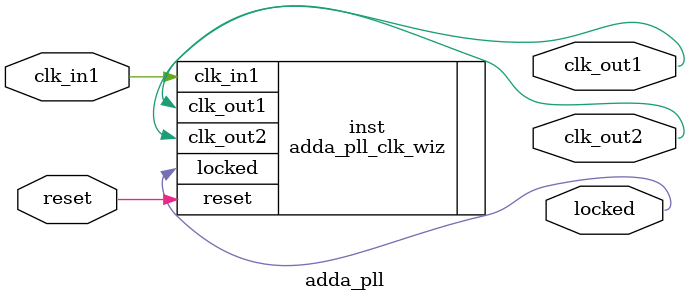
<source format=v>


`timescale 1ps/1ps

(* CORE_GENERATION_INFO = "adda_pll,clk_wiz_v6_0_4_0_0,{component_name=adda_pll,use_phase_alignment=true,use_min_o_jitter=false,use_max_i_jitter=false,use_dyn_phase_shift=false,use_inclk_switchover=false,use_dyn_reconfig=false,enable_axi=0,feedback_source=FDBK_AUTO,PRIMITIVE=MMCM,num_out_clk=2,clkin1_period=20.000,clkin2_period=10.0,use_power_down=false,use_reset=true,use_locked=true,use_inclk_stopped=false,feedback_type=SINGLE,CLOCK_MGR_TYPE=NA,manual_override=false}" *)

module adda_pll 
 (
  // Clock out ports
  output        clk_out1,
  output        clk_out2,
  // Status and control signals
  input         reset,
  output        locked,
 // Clock in ports
  input         clk_in1
 );

  adda_pll_clk_wiz inst
  (
  // Clock out ports  
  .clk_out1(clk_out1),
  .clk_out2(clk_out2),
  // Status and control signals               
  .reset(reset), 
  .locked(locked),
 // Clock in ports
  .clk_in1(clk_in1)
  );

endmodule

</source>
